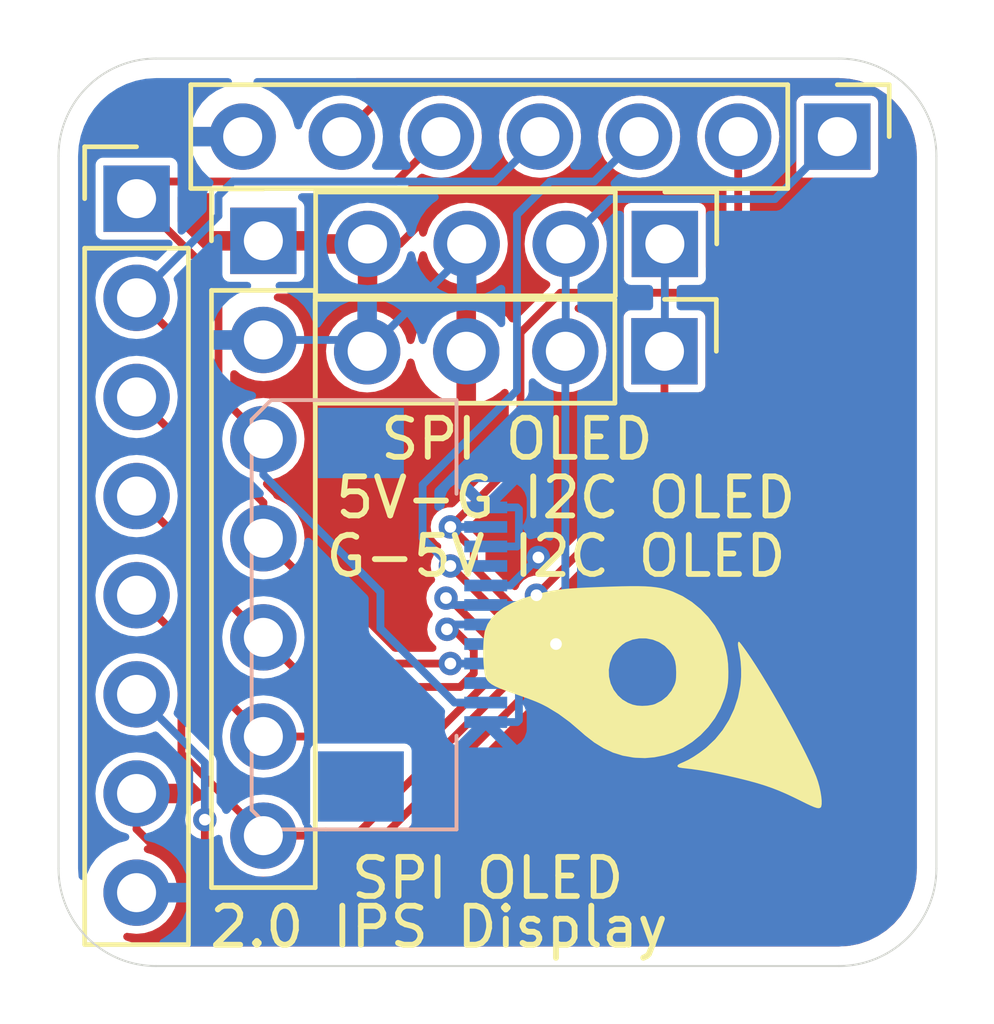
<source format=kicad_pcb>
(kicad_pcb (version 20240108) (generator "pcbnew") (generator_version "8.0")
  (layers (0 "F.Cu" signal) (31 "B.Cu" signal) (34 "B.Paste" user) (35 "F.Paste" user) (36 "B.SilkS" user "B.Silkscreen") (37 "F.SilkS" user "F.Silkscreen") (38 "B.Mask" user) (39 "F.Mask" user) (44 "Edge.Cuts" user))
  (net 0 "")
  (net 1 "UI IO 1")
  (net 2 "UI 0")
  (net 3 "UI 1")
  (net 4 "UI 2")
  (net 5 "GND")
  (net 6 "+5V")
  (net 7 "UI 3")
  (net 8 "UI IO 0")
  (footprint "Connector_PinHeader_2.54mm:PinHeader_1x04_P2.54mm_Vertical" (layer "F.Cu") (at 155.53 96.75 -90)
    (property "Reference" "J4" (hide yes))
    (property "Value" "G-5V I2C OLED" (at 5.25 2.78 180) (layer "F.SilkS"))
    (fp_line (start -1.33 8.95) (end 1.33 8.95) (stroke (width 0.12)) (layer "F.SilkS"))
    (fp_line (start -1.33 1.270001) (end -1.33 8.95) (stroke (width 0.12)) (layer "F.SilkS"))
    (fp_line (start -1.33 1.270001) (end 1.33 1.270001) (stroke (width 0.12)) (layer "F.SilkS"))
    (fp_line (start 1.33 1.270001) (end 1.33 8.95) (stroke (width 0.12)) (layer "F.SilkS"))
    (fp_line (start -1.33 0) (end -1.33 -1.33) (stroke (width 0.12)) (layer "F.SilkS"))
    (fp_line (start -1.33 -1.33) (end 0 -1.33) (stroke (width 0.12)) (layer "F.SilkS"))
    (pad "1" thru_hole rect (at 0 0 270) (size 1.7 1.7) (drill 1) (layers "*.Cu" "*.Mask") (net 1 "UI IO 1"))
    (pad "2" thru_hole oval (at 0 2.54 270) (size 1.7 1.7) (drill 1) (layers "*.Cu" "*.Mask") (net 8 "UI IO 0"))
    (pad "3" thru_hole oval (at 0 5.079999 270) (size 1.7 1.7) (drill 1) (layers "*.Cu" "*.Mask") (net 6 "+5V"))
    (pad "4" thru_hole oval (at 0 7.62 270) (size 1.7 1.7) (drill 1) (layers "*.Cu" "*.Mask") (net 5 "GND"))
  )
  (footprint "Connector_PinHeader_2.54mm:PinHeader_1x08_P2.54mm_Vertical" (layer "F.Cu") (at 142 92.84)
    (property "Reference" "J1" (hide yes))
    (property "Value" "2.0 IPS Display" (at 7.75 18.66 0) (layer "F.SilkS"))
    (fp_line (start -1.33 -1.33) (end 0 -1.33) (stroke (width 0.12)) (layer "F.SilkS"))
    (fp_line (start -1.33 0) (end -1.33 -1.33) (stroke (width 0.12)) (layer "F.SilkS"))
    (fp_line (start -1.33 1.27) (end -1.33 19.11) (stroke (width 0.12)) (layer "F.SilkS"))
    (fp_line (start -1.33 1.27) (end 1.33 1.27) (stroke (width 0.12)) (layer "F.SilkS"))
    (fp_line (start -1.33 19.11) (end 1.33 19.11) (stroke (width 0.12)) (layer "F.SilkS"))
    (fp_line (start 1.33 1.27) (end 1.33 19.11) (stroke (width 0.12)) (layer "F.SilkS"))
    (pad "1" thru_hole rect (at 0 0) (size 1.7 1.7) (drill 1) (layers "*.Cu" "*.Mask") (net 2 "UI 0"))
    (pad "2" thru_hole oval (at 0 2.54) (size 1.7 1.7) (drill 1) (layers "*.Cu" "*.Mask") (net 3 "UI 1"))
    (pad "3" thru_hole oval (at 0 5.08) (size 1.7 1.7) (drill 1) (layers "*.Cu" "*.Mask") (net 8 "UI IO 0"))
    (pad "4" thru_hole oval (at 0 7.62) (size 1.7 1.7) (drill 1) (layers "*.Cu" "*.Mask") (net 1 "UI IO 1"))
    (pad "5" thru_hole oval (at 0 10.16) (size 1.7 1.7) (drill 1) (layers "*.Cu" "*.Mask") (net 4 "UI 2"))
    (pad "6" thru_hole oval (at 0 12.7) (size 1.7 1.7) (drill 1) (layers "*.Cu" "*.Mask") (net 7 "UI 3"))
    (pad "7" thru_hole oval (at 0 15.24) (size 1.7 1.7) (drill 1) (layers "*.Cu" "*.Mask") (net 6 "+5V"))
    (pad "8" thru_hole oval (at 0 17.78) (size 1.7 1.7) (drill 1) (layers "*.Cu" "*.Mask") (net 5 "GND"))
  )
  (footprint "Connector_PinHeader_2.54mm:PinHeader_1x07_P2.54mm_Vertical" (layer "F.Cu") (at 159.96 91.25 -90)
    (property "Reference" "J5" (hide yes))
    (property "Value" "SPI OLED" (at 7.75 8.21 180) (layer "F.SilkS"))
    (fp_line (start -1.33 16.569999) (end 1.33 16.569999) (stroke (width 0.12)) (layer "F.SilkS"))
    (fp_line (start -1.33 1.270001) (end -1.33 16.569999) (stroke (width 0.12)) (layer "F.SilkS"))
    (fp_line (start -1.33 1.270001) (end 1.33 1.270001) (stroke (width 0.12)) (layer "F.SilkS"))
    (fp_line (start 1.33 1.270001) (end 1.33 16.569999) (stroke (width 0.12)) (layer "F.SilkS"))
    (fp_line (start -1.33 0) (end -1.33 -1.33) (stroke (width 0.12)) (layer "F.SilkS"))
    (fp_line (start -1.33 -1.33) (end 0 -1.33) (stroke (width 0.12)) (layer "F.SilkS"))
    (pad "1" thru_hole rect (at 0 0 270) (size 1.7 1.7) (drill 1) (layers "*.Cu" "*.Mask") (net 8 "UI IO 0"))
    (pad "2" thru_hole oval (at 0 2.54 270) (size 1.7 1.7) (drill 1) (layers "*.Cu" "*.Mask") (net 7 "UI 3"))
    (pad "3" thru_hole oval (at 0 5.079999 270) (size 1.7 1.7) (drill 1) (layers "*.Cu" "*.Mask") (net 4 "UI 2"))
    (pad "4" thru_hole oval (at 0 7.62 270) (size 1.7 1.7) (drill 1) (layers "*.Cu" "*.Mask") (net 3 "UI 1"))
    (pad "5" thru_hole oval (at 0 10.16 270) (size 1.7 1.7) (drill 1) (layers "*.Cu" "*.Mask") (net 2 "UI 0"))
    (pad "6" thru_hole oval (at 0 12.7 270) (size 1.7 1.7) (drill 1) (layers "*.Cu" "*.Mask") (net 6 "+5V"))
    (pad "7" thru_hole oval (at 0 15.24 270) (size 1.7 1.7) (drill 1) (layers "*.Cu" "*.Mask") (net 5 "GND"))
  )
  (footprint "Connector_PinHeader_2.54mm:PinHeader_1x04_P2.54mm_Vertical" (layer "F.Cu") (at 155.54 94 -90)
    (property "Reference" "J3" (hide yes))
    (property "Value" "5V-G I2C OLED" (at 6.5 2.54 180) (layer "F.SilkS"))
    (fp_line (start -1.33 8.95) (end 1.33 8.95) (stroke (width 0.12)) (layer "F.SilkS"))
    (fp_line (start -1.33 1.270001) (end -1.33 8.95) (stroke (width 0.12)) (layer "F.SilkS"))
    (fp_line (start -1.33 1.270001) (end 1.33 1.270001) (stroke (width 0.12)) (layer "F.SilkS"))
    (fp_line (start 1.33 1.270001) (end 1.33 8.95) (stroke (width 0.12)) (layer "F.SilkS"))
    (fp_line (start -1.33 0) (end -1.33 -1.33) (stroke (width 0.12)) (layer "F.SilkS"))
    (fp_line (start -1.33 -1.33) (end 0 -1.33) (stroke (width 0.12)) (layer "F.SilkS"))
    (pad "1" thru_hole rect (at 0 0 270) (size 1.7 1.7) (drill 1) (layers "*.Cu" "*.Mask") (net 1 "UI IO 1"))
    (pad "2" thru_hole oval (at 0 2.54 270) (size 1.7 1.7) (drill 1) (layers "*.Cu" "*.Mask") (net 8 "UI IO 0"))
    (pad "3" thru_hole oval (at 0 5.079999 270) (size 1.7 1.7) (drill 1) (layers "*.Cu" "*.Mask") (net 5 "GND"))
    (pad "4" thru_hole oval (at 0 7.62 270) (size 1.7 1.7) (drill 1) (layers "*.Cu" "*.Mask") (net 6 "+5V"))
  )
  (footprint "Connector_PinHeader_2.54mm:PinHeader_1x07_P2.54mm_Vertical" (layer "F.Cu") (at 145.25 93.92)
    (property "Reference" "J2" (hide yes))
    (property "Value" "SPI OLED" (at 5.75 16.33 0) (layer "F.SilkS"))
    (fp_line (start -1.33 -1.33) (end 0 -1.33) (stroke (width 0.12)) (layer "F.SilkS"))
    (fp_line (start -1.33 0) (end -1.33 -1.33) (stroke (width 0.12)) (layer "F.SilkS"))
    (fp_line (start -1.33 1.27) (end -1.33 16.57) (stroke (width 0.12)) (layer "F.SilkS"))
    (fp_line (start -1.33 1.27) (end 1.33 1.27) (stroke (width 0.12)) (layer "F.SilkS"))
    (fp_line (start -1.33 16.57) (end 1.33 16.57) (stroke (width 0.12)) (layer "F.SilkS"))
    (fp_line (start 1.33 1.27) (end 1.33 16.57) (stroke (width 0.12)) (layer "F.SilkS"))
    (pad "1" thru_hole rect (at 0 0) (size 1.7 1.7) (drill 1) (layers "*.Cu" "*.Mask") (net 6 "+5V"))
    (pad "2" thru_hole oval (at 0 2.54) (size 1.7 1.7) (drill 1) (layers "*.Cu" "*.Mask") (net 5 "GND"))
    (pad "3" thru_hole oval (at 0 5.08) (size 1.7 1.7) (drill 1) (layers "*.Cu" "*.Mask") (net 2 "UI 0"))
    (pad "4" thru_hole oval (at 0 7.62) (size 1.7 1.7) (drill 1) (layers "*.Cu" "*.Mask") (net 3 "UI 1"))
    (pad "5" thru_hole oval (at 0 10.16) (size 1.7 1.7) (drill 1) (layers "*.Cu" "*.Mask") (net 8 "UI IO 0"))
    (pad "6" thru_hole oval (at 0 12.7) (size 1.7 1.7) (drill 1) (layers "*.Cu" "*.Mask") (net 1 "UI IO 1"))
    (pad "7" thru_hole oval (at 0 15.24) (size 1.7 1.7) (drill 1) (layers "*.Cu" "*.Mask") (net 4 "UI 2"))
  )
  (footprint "Logo:Logo_10mm" (layer "F.Cu") (at 155 105)
    (property "Reference" "REF**" (hide yes))
    (property "Value" "Logo_10mm" (hide yes))
    (fp_poly (pts (xy 2.458919 -0.793871) (xy 2.496605 -0.748161) (xy 2.550117 -0.676888) (xy 2.616513 -0.584069) (xy 2.692853 -0.47372) (xy 2.77 -0.359183) (xy 2.901293 -0.157235) (xy 3.0409 0.06598) (xy 3.186336 0.30594) (xy 3.335122 0.558126) (xy 3.484774 0.818017) (xy 3.632811 1.081094) (xy 3.77675 1.342837) (xy 3.91411 1.598725) (xy 4.042409 1.844239) (xy 4.159164 2.074859) (xy 4.261893 2.286064) (xy 4.348116 2.473334) (xy 4.415349 2.63215) (xy 4.422381 2.65) (xy 4.465252 2.773183) (xy 4.501462 2.903019) (xy 4.530034 3.032749) (xy 4.54999 3.155613) (xy 4.560353 3.26485) (xy 4.560146 3.353703) (xy 4.548393 3.41541) (xy 4.536 3.436) (xy 4.511305 3.452138) (xy 4.477031 3.456951) (xy 4.428889 3.449041) (xy 4.362592 3.427009) (xy 4.273851 3.389457) (xy 4.158378 3.334985) (xy 4.027969 3.270296) (xy 3.824633 3.170257) (xy 3.635459 3.082557) (xy 3.453928 3.004985) (xy 3.273523 2.935329) (xy 3.087726 2.871378) (xy 2.89002 2.810921) (xy 2.673888 2.751747) (xy 2.432812 2.691645) (xy 2.160275 2.628404) (xy 2.08848 2.612294) (xy 1.840251 2.558868) (xy 1.61876 2.515755) (xy 1.412658 2.48105) (xy 1.210594 2.452848) (xy 1.00122 2.429243) (xy 0.99376 2.428491) (xy 0.913626 2.415171) (xy 0.871667 2.394948) (xy 0.86567 2.38593) (xy 0.864807 2.362093) (xy 0.885295 2.338577) (xy 0.932598 2.311398) (xy 1.012181 2.27657) (xy 1.02 2.273377) (xy 1.14007 2.215979) (xy 1.277388 2.136063) (xy 1.421708 2.040165) (xy 1.562784 1.934819) (xy 1.607363 1.898696) (xy 1.827303 1.690843) (xy 2.019617 1.455881) (xy 2.182425 1.197315) (xy 2.313843 0.918651) (xy 2.411991 0.623396) (xy 2.474985 0.315056) (xy 2.480824 0.271578) (xy 2.494666 0.089944) (xy 2.494589 -0.109198) (xy 2.48131 -0.308653) (xy 2.455543 -0.491227) (xy 2.447424 -0.531344) (xy 2.424236 -0.648116) (xy 2.413287 -0.730494) (xy 2.41448 -0.782139) (xy 2.427717 -0.806705) (xy 2.44 -0.81)) (fill solid) (layer "F.SilkS"))
    (fp_poly (pts (xy -0.139403 -2.232953) (xy 0.032295 -2.22827) (xy 0.182318 -2.218706) (xy 0.315213 -2.203888) (xy 0.435524 -2.183442) (xy 0.547796 -2.156995) (xy 0.656577 -2.124171) (xy 0.747919 -2.091648) (xy 0.99734 -1.976917) (xy 1.233928 -1.827758) (xy 1.453086 -1.648787) (xy 1.650212 -1.444619) (xy 1.820708 -1.219871) (xy 1.959973 -0.979159) (xy 2.039491 -0.795424) (xy 2.099447 -0.612085) (xy 2.139291 -0.43304) (xy 2.161454 -0.244051) (xy 2.168349 -0.04) (xy 2.166451 0.116135) (xy 2.158538 0.245706) (xy 2.142654 0.361944) (xy 2.116846 0.478075) (xy 2.079159 0.607331) (xy 2.067243 0.644508) (xy 1.962289 0.905087) (xy 1.82336 1.15062) (xy 1.65417 1.377595) (xy 1.458434 1.582499) (xy 1.239866 1.761819) (xy 1.002182 1.912043) (xy 0.749095 2.029658) (xy 0.527303 2.100689) (xy 0.274014 2.152261) (xy 0.030962 2.173071) (xy -0.215919 2.164123) (xy -0.274289 2.158012) (xy -0.536665 2.111354) (xy -0.787556 2.032895) (xy -1.03059 1.920843) (xy -1.269398 1.773403) (xy -1.507609 1.588785) (xy -1.61 1.498218) (xy -1.898139 1.251635) (xy -2.184377 1.041438) (xy -2.466847 0.86896) (xy -2.562272 0.818857) (xy -2.634883 0.78343) (xy -2.709843 0.749422) (xy -2.79285 0.714625) (xy -2.889604 0.676831) (xy -3.005803 0.633832) (xy -3.147145 0.58342) (xy -3.319331 0.523385) (xy -3.37 0.505877) (xy -3.549492 0.441932) (xy -3.694324 0.385266) (xy -3.808645 0.333472) (xy -3.896606 0.284141) (xy -3.962354 0.234864) (xy -4.01004 0.183235) (xy -4.043813 0.126843) (xy -4.051036 0.110607) (xy -4.073402 0.033183) (xy -4.091216 -0.076021) (xy -4.092746 -0.091522) (xy -0.895984 -0.091522) (xy -0.890091 0.087104) (xy -0.848531 0.26005) (xy -0.772024 0.421899) (xy -0.663833 0.564524) (xy -0.543447 0.672858) (xy -0.406968 0.754072) (xy -0.284047 0.802668) (xy -0.172548 0.826446) (xy -0.040135 0.834675) (xy 0.097454 0.827822) (xy 0.224482 0.806353) (xy 0.291881 0.78558) (xy 0.455426 0.701874) (xy 0.596097 0.587759) (xy 0.709394 0.447635) (xy 0.783388 0.305041) (xy 0.805257 0.243687) (xy 0.819127 0.182952) (xy 0.826652 0.110857) (xy 0.829488 0.01542) (xy 0.829681 -0.03) (xy 0.823257 -0.183417) (xy 0.801693 -0.309647) (xy 0.761551 -0.419758) (xy 0.699392 -0.524814) (xy 0.659192 -0.578637) (xy 0.537105 -0.702107) (xy 0.392447 -0.796569) (xy 0.231322 -0.860904) (xy 0.059831 -0.893994) (xy -0.115921 -0.894719) (xy -0.289832 -0.861962) (xy -0.455798 -0.794602) (xy -0.471687 -0.78594) (xy -0.549158 -0.73129) (xy -0.633808 -0.653765) (xy -0.713855 -0.565712) (xy -0.777516 -0.479476) (xy -0.797887 -0.444143) (xy -0.865489 -0.27041) (xy -0.895984 -0.091522) (xy -4.092746 -0.091522) (xy -4.104347 -0.209028) (xy -4.112668 -0.357863) (xy -4.11605 -0.514552) (xy -4.114364 -0.671118) (xy -4.107482 -0.819586) (xy -4.095274 -0.95198) (xy -4.077612 -1.060326) (xy -4.070414 -1.09) (xy -4.00501 -1.258276) (xy -3.903292 -1.413537) (xy -3.764968 -1.555982) (xy -3.589743 -1.685809) (xy -3.377325 -1.803218) (xy -3.127419 -1.908407) (xy -2.839733 -2.001575) (xy -2.65 -2.051511) (xy -2.536677 -2.078167) (xy -2.428419 -2.10129) (xy -2.32094 -2.121283) (xy -2.209952 -2.138544) (xy -2.091169 -2.153475) (xy -1.960302 -2.166475) (xy -1.813064 -2.177946) (xy -1.645169 -2.188287) (xy -1.452328 -2.197899) (xy -1.230254 -2.207182) (xy -0.97466 -2.216536) (xy -0.83 -2.221464) (xy -0.566006 -2.229177) (xy -0.337322 -2.233131)) (fill solid) (layer "F.SilkS"))
  )
  (footprint "FFC_Connector:FFC Aliexpress 0.5mm 12P" (layer "B.Cu") (at 150 103.5 90)
    (property "Reference" "U2" (hide yes))
    (property "Value" "FFC [U]" (hide yes))
    (fp_line (start 5 -5.05) (end -5 -5.05) (stroke (width 0.1)) (layer "B.SilkS"))
    (fp_line (start 5.5 -4.55) (end 5 -5.05) (stroke (width 0.1)) (layer "B.SilkS"))
    (fp_line (start -5.5 -4.55) (end -5 -5.05) (stroke (width 0.1)) (layer "B.SilkS"))
    (fp_line (start 5.5 -3.15) (end 5.5 -4.55) (stroke (width 0.1)) (layer "B.SilkS"))
    (fp_line (start 5.5 -3.15) (end 5.5 0.2) (stroke (width 0.1)) (layer "B.SilkS"))
    (fp_line (start -5.5 -3.15) (end -5.5 -4.55) (stroke (width 0.1)) (layer "B.SilkS"))
    (fp_line (start -3.1 0.199999) (end -5.5 0.2) (stroke (width 0.1)) (layer "B.SilkS"))
    (fp_line (start 5.5 0.2) (end 3.1 0.199999) (stroke (width 0.1)) (layer "B.SilkS"))
    (fp_line (start -5.5 0.2) (end -5.5 -3.15) (stroke (width 0.1)) (layer "B.SilkS"))
    (pad "" smd rect (at -4.4 -2.25 90) (size 1.8 2.2) (layers "B.Cu" "B.Paste" "B.Mask"))
    (pad "" smd rect (at 4.4 -2.25 90) (size 1.8 2.2) (layers "B.Cu" "B.Paste" "B.Mask"))
    (pad "1" smd rect (at -2.75 0.95 90) (size 0.3 1.1) (layers "B.Cu" "B.Paste" "B.Mask") (net 5 "GND"))
    (pad "2" smd rect (at -2.25 0.95 90) (size 0.3 1.1) (layers "B.Cu" "B.Paste" "B.Mask") (net 2 "UI 0"))
    (pad "3" smd rect (at -1.749999 0.95 90) (size 0.3 1.1) (layers "B.Cu" "B.Paste" "B.Mask") (net 5 "GND"))
    (pad "4" smd rect (at -1.25 0.95 90) (size 0.3 1.1) (layers "B.Cu" "B.Paste" "B.Mask") (net 3 "UI 1"))
    (pad "5" smd rect (at -0.750001 0.95 90) (size 0.3 1.1) (layers "B.Cu" "B.Paste" "B.Mask") (net 6 "+5V"))
    (pad "6" smd rect (at -0.25 0.95 90) (size 0.3 1.1) (layers "B.Cu" "B.Paste" "B.Mask") (net 8 "UI IO 0"))
    (pad "7" smd rect (at 0.25 0.95 90) (size 0.3 1.1) (layers "B.Cu" "B.Paste" "B.Mask") (net 1 "UI IO 1"))
    (pad "8" smd rect (at 0.750001 0.95 90) (size 0.3 1.1) (layers "B.Cu" "B.Paste" "B.Mask") (net 6 "+5V"))
    (pad "9" smd rect (at 1.25 0.95 90) (size 0.3 1.1) (layers "B.Cu" "B.Paste" "B.Mask") (net 4 "UI 2"))
    (pad "10" smd rect (at 1.749999 0.95 90) (size 0.3 1.1) (layers "B.Cu" "B.Paste" "B.Mask") (net 5 "GND"))
    (pad "11" smd rect (at 2.25 0.95 90) (size 0.3 1.1) (layers "B.Cu" "B.Paste" "B.Mask") (net 7 "UI 3"))
    (pad "12" smd rect (at 2.75 0.95 90) (size 0.3 1.1) (layers "B.Cu" "B.Paste" "B.Mask") (net 5 "GND"))
  )
  (gr_line (start 140 110) (end 140 91.75) (stroke (width 0.05)) (layer "Edge.Cuts"))
  (gr_line (start 162.5 91.75) (end 162.5 110) (stroke (width 0.05)) (layer "Edge.Cuts"))
  (gr_line (start 142.5 89.25) (end 160 89.25) (stroke (width 0.05)) (layer "Edge.Cuts"))
  (gr_arc (start 162.5 110) (mid 161.767767 111.767767) (end 160 112.5) (stroke (width 0.05)) (layer "Edge.Cuts"))
  (gr_line (start 160 112.5) (end 142.5 112.5) (stroke (width 0.05)) (layer "Edge.Cuts"))
  (gr_arc (start 142.5 112.5) (mid 140.732233 111.767767) (end 140 110) (stroke (width 0.05)) (layer "Edge.Cuts"))
  (gr_arc (start 160 89.25) (mid 161.767767 89.982233) (end 162.5 91.75) (stroke (width 0.05)) (layer "Edge.Cuts"))
  (gr_arc (start 140 91.75) (mid 140.732233 89.982233) (end 142.5 89.25) (stroke (width 0.05)) (layer "Edge.Cuts"))
  (segment (start 145.25 106.62) (end 143.55 104.92) (width 0.2) (layer "F.Cu") (net 1))
  (segment (start 155.53 99.72) (end 155.53 96.75) (width 0.2) (layer "F.Cu") (net 1))
  (segment (start 143.55 104.92) (end 143.55 102.01) (width 0.2) (layer "F.Cu") (net 1))
  (segment (start 150.003456 103.07319) (end 151.042899 104.112633) (width 0.2) (layer "F.Cu") (net 1))
  (segment (start 149.587141 106.62) (end 145.25 106.62) (width 0.2) (layer "F.Cu") (net 1))
  (segment (start 143.55 102.01) (end 142 100.46) (width 0.2) (layer "F.Cu") (net 1))
  (segment (start 152.25 103) (end 155.53 99.72) (width 0.2) (layer "F.Cu") (net 1))
  (segment (start 149.930952 103.07319) (end 150.003456 103.07319) (width 0.2) (layer "F.Cu") (net 1))
  (segment (start 151.042899 105.164242) (end 149.587141 106.62) (width 0.2) (layer "F.Cu") (net 1))
  (segment (start 151.042899 104.112633) (end 151.042899 105.164242) (width 0.2) (layer "F.Cu") (net 1))
  (via (at 152.25 103) (size 0.6) (drill 0.3) (layers "F.Cu" "B.Cu") (net 1))
  (via (at 149.930952 103.07319) (size 0.6) (drill 0.3) (layers "F.Cu" "B.Cu") (net 1))
  (segment (start 152 103.25) (end 152.25 103) (width 0.2) (layer "B.Cu") (net 1))
  (segment (start 155.54 94) (end 155.54 96.74) (width 0.2) (layer "B.Cu") (net 1))
  (segment (start 150.95 103.25) (end 152 103.25) (width 0.2) (layer "B.Cu") (net 1))
  (segment (start 155.54 96.74) (end 155.53 96.75) (width 0.2) (layer "B.Cu") (net 1))
  (segment (start 150.95 103.25) (end 150.107762 103.25) (width 0.2) (layer "B.Cu") (net 1))
  (segment (start 150.107762 103.25) (end 149.930952 103.07319) (width 0.2) (layer "B.Cu") (net 1))
  (segment (start 144.1 97.85) (end 145.25 99) (width 0.2) (layer "F.Cu") (net 2))
  (segment (start 148.65 92.4) (end 149.8 91.25) (width 0.2) (layer "F.Cu") (net 2))
  (segment (start 144.1 94.94) (end 144.1 97.85) (width 0.2) (layer "F.Cu") (net 2))
  (segment (start 142.44 92.4) (end 148.65 92.4) (width 0.2) (layer "F.Cu") (net 2))
  (segment (start 142 92.84) (end 144.1 94.94) (width 0.2) (layer "F.Cu") (net 2))
  (segment (start 142 92.84) (end 142.44 92.4) (width 0.2) (layer "F.Cu") (net 2))
  (segment (start 148.25 103.849999) (end 150.150001 105.75) (width 0.2) (layer "B.Cu") (net 2))
  (segment (start 145.25 99.913654) (end 148.25 102.913654) (width 0.2) (layer "B.Cu") (net 2))
  (segment (start 150.150001 105.75) (end 150.95 105.75) (width 0.2) (layer "B.Cu") (net 2))
  (segment (start 145.25 99) (end 145.25 99.913654) (width 0.2) (layer "B.Cu") (net 2))
  (segment (start 148.25 102.913654) (end 148.25 103.849999) (width 0.2) (layer "B.Cu") (net 2))
  (segment (start 143.5 96.88) (end 142 95.38) (width 0.2) (layer "F.Cu") (net 3))
  (segment (start 144.15 99.526346) (end 144.15 99.504314) (width 0.2) (layer "F.Cu") (net 3))
  (segment (start 144.15 99.504314) (end 143.5 98.854314) (width 0.2) (layer "F.Cu") (net 3))
  (segment (start 143.5 98.854314) (end 143.5 96.88) (width 0.2) (layer "F.Cu") (net 3))
  (segment (start 150.042899 104.750027) (end 148.460027 104.750027) (width 0.2) (layer "F.Cu") (net 3))
  (segment (start 145.25 100.626346) (end 144.15 99.526346) (width 0.2) (layer "F.Cu") (net 3))
  (segment (start 148.460027 104.750027) (end 145.25 101.54) (width 0.2) (layer "F.Cu") (net 3))
  (segment (start 145.25 101.54) (end 145.25 100.626346) (width 0.2) (layer "F.Cu") (net 3))
  (via (at 150.042899 104.750027) (size 0.6) (drill 0.3) (layers "F.Cu" "B.Cu") (net 3))
  (segment (start 150.95 104.75) (end 150.042926 104.75) (width 0.2) (layer "B.Cu") (net 3))
  (segment (start 151.19 92.4) (end 152.34 91.25) (width 0.2) (layer "B.Cu") (net 3))
  (segment (start 142 95.38) (end 144.1 93.28) (width 0.2) (layer "B.Cu") (net 3))
  (segment (start 150.042926 104.75) (end 150.042899 104.750027) (width 0.2) (layer "B.Cu") (net 3))
  (segment (start 144.47 92.4) (end 151.19 92.4) (width 0.2) (layer "B.Cu") (net 3))
  (segment (start 144.1 93.28) (end 144.1 92.77) (width 0.2) (layer "B.Cu") (net 3))
  (segment (start 144.1 92.77) (end 144.47 92.4) (width 0.2) (layer "B.Cu") (net 3))
  (segment (start 143.15 107.06) (end 143.15 104.15) (width 0.2) (layer "F.Cu") (net 4))
  (segment (start 145.25 109.16) (end 143.15 107.06) (width 0.2) (layer "F.Cu") (net 4))
  (segment (start 150.042899 102.250027) (end 151.442899 103.650027) (width 0.2) (layer "F.Cu") (net 4))
  (segment (start 151.442899 103.650027) (end 151.442899 105.329928) (width 0.2) (layer "F.Cu") (net 4))
  (segment (start 151.442899 105.329928) (end 147.612827 109.16) (width 0.2) (layer "F.Cu") (net 4))
  (segment (start 147.612827 109.16) (end 145.25 109.16) (width 0.2) (layer "F.Cu") (net 4))
  (segment (start 143.15 104.15) (end 142 103) (width 0.2) (layer "F.Cu") (net 4))
  (via (at 150.042899 102.250027) (size 0.6) (drill 0.3) (layers "F.Cu" "B.Cu") (net 4))
  (segment (start 151.75 93.25) (end 151.75 97.75) (width 0.2) (layer "B.Cu") (net 4))
  (segment (start 149.330952 101.53808) (end 150.042899 102.250027) (width 0.2) (layer "B.Cu") (net 4))
  (segment (start 154.880001 91.25) (end 153.730001 92.4) (width 0.2) (layer "B.Cu") (net 4))
  (segment (start 151.75 97.75) (end 149.330952 100.169048) (width 0.2) (layer "B.Cu") (net 4))
  (segment (start 152.6 92.4) (end 151.75 93.25) (width 0.2) (layer "B.Cu") (net 4))
  (segment (start 150.042926 102.25) (end 150.042899 102.250027) (width 0.2) (layer "B.Cu") (net 4))
  (segment (start 150.95 102.25) (end 150.042926 102.25) (width 0.2) (layer "B.Cu") (net 4))
  (segment (start 153.730001 92.4) (end 152.6 92.4) (width 0.2) (layer "B.Cu") (net 4))
  (segment (start 149.330952 100.169048) (end 149.330952 101.53808) (width 0.2) (layer "B.Cu") (net 4))
  (segment (start 150.95 105.249999) (end 151.749999 105.249999) (width 0.2) (layer "B.Cu") (net 5))
  (segment (start 151.8 106.2) (end 151.75 106.25) (width 0.2) (layer "B.Cu") (net 5))
  (segment (start 147.62 96.46) (end 147.91 96.75) (width 0.2) (layer "B.Cu") (net 5))
  (segment (start 147.91 96.75) (end 150.460001 94.199999) (width 0.2) (layer "B.Cu") (net 5))
  (segment (start 150.95 101.750001) (end 151.749999 101.750001) (width 0.2) (layer "B.Cu") (net 5))
  (segment (start 151.8 105.3) (end 151.8 106.2) (width 0.2) (layer "B.Cu") (net 5))
  (segment (start 151.75 106.25) (end 150.95 106.25) (width 0.2) (layer "B.Cu") (net 5))
  (segment (start 151.749999 105.249999) (end 151.8 105.3) (width 0.2) (layer "B.Cu") (net 5))
  (segment (start 151.8 100.8) (end 151.75 100.75) (width 0.2) (layer "B.Cu") (net 5))
  (segment (start 151.8 101.7) (end 151.8 100.8) (width 0.2) (layer "B.Cu") (net 5))
  (segment (start 150.460001 94.199999) (end 150.460001 94) (width 0.2) (layer "B.Cu") (net 5))
  (segment (start 151.75 100.75) (end 150.95 100.75) (width 0.2) (layer "B.Cu") (net 5))
  (segment (start 145.25 96.46) (end 147.62 96.46) (width 0.2) (layer "B.Cu") (net 5))
  (segment (start 151.749999 101.750001) (end 151.8 101.7) (width 0.2) (layer "B.Cu") (net 5))
  (segment (start 142 108.993654) (end 142 108.08) (width 0.2) (layer "F.Cu") (net 6))
  (segment (start 143.756346 110.75) (end 142 108.993654) (width 0.2) (layer "F.Cu") (net 6))
  (segment (start 148.75 94) (end 147.92 94) (width 0.2) (layer "F.Cu") (net 6))
  (segment (start 152.75 104.25) (end 152.75 105.315686) (width 0.2) (layer "F.Cu") (net 6))
  (segment (start 152.75 105.315686) (end 147.315686 110.75) (width 0.2) (layer "F.Cu") (net 6))
  (segment (start 147.315686 110.75) (end 143.756346 110.75) (width 0.2) (layer "F.Cu") (net 6))
  (segment (start 147.26 91.25) (end 148.41 90.1) (width 0.2) (layer "F.Cu") (net 6))
  (segment (start 150.276346 90.1) (end 150.95 90.773654) (width 0.2) (layer "F.Cu") (net 6))
  (segment (start 150.95 91.8) (end 148.75 94) (width 0.2) (layer "F.Cu") (net 6))
  (segment (start 150.95 90.773654) (end 150.95 91.8) (width 0.2) (layer "F.Cu") (net 6))
  (segment (start 148.41 90.1) (end 150.276346 90.1) (width 0.2) (layer "F.Cu") (net 6))
  (via (at 152.299231 102.032821) (size 0.6) (drill 0.3) (layers "F.Cu" "B.Cu") (net 6))
  (via (at 152.75 104.25) (size 0.6) (drill 0.3) (layers "F.Cu" "B.Cu") (net 6))
  (segment (start 152.749999 104.250001) (end 150.95 104.250001) (width 0.2) (layer "B.Cu") (net 6))
  (segment (start 151.582053 102.749999) (end 150.95 102.749999) (width 0.2) (layer "B.Cu") (net 6))
  (segment (start 152.75 104.25) (end 152.749999 104.250001) (width 0.2) (layer "B.Cu") (net 6))
  (segment (start 152.299231 102.032821) (end 151.582053 102.749999) (width 0.2) (layer "B.Cu") (net 6))
  (segment (start 150.0429 101.249974) (end 150.642899 101.849973) (width 0.2) (layer "F.Cu") (net 7))
  (segment (start 156.59 95.25) (end 157.42 94.42) (width 0.2) (layer "F.Cu") (net 7))
  (segment (start 151.84 99.452874) (end 151.84 96.273654) (width 0.2) (layer "F.Cu") (net 7))
  (segment (start 143.75 109.286346) (end 143.75 108.75) (width 0.2) (layer "F.Cu") (net 7))
  (segment (start 151.842899 105.657101) (end 147.19 110.31) (width 0.2) (layer "F.Cu") (net 7))
  (segment (start 150.642899 102.284341) (end 151.842899 103.484341) (width 0.2) (layer "F.Cu") (net 7))
  (segment (start 144.773654 110.31) (end 143.75 109.286346) (width 0.2) (layer "F.Cu") (net 7))
  (segment (start 147.19 110.31) (end 144.773654 110.31) (width 0.2) (layer "F.Cu") (net 7))
  (segment (start 151.84 96.273654) (end 152.863654 95.25) (width 0.2) (layer "F.Cu") (net 7))
  (segment (start 150.0429 101.249974) (end 151.84 99.452874) (width 0.2) (layer "F.Cu") (net 7))
  (segment (start 150.642899 101.849973) (end 150.642899 102.284341) (width 0.2) (layer "F.Cu") (net 7))
  (segment (start 152.863654 95.25) (end 156.59 95.25) (width 0.2) (layer "F.Cu") (net 7))
  (segment (start 151.842899 103.484341) (end 151.842899 105.657101) (width 0.2) (layer "F.Cu") (net 7))
  (segment (start 157.42 94.42) (end 157.42 91.25) (width 0.2) (layer "F.Cu") (net 7))
  (via (at 143.75 108.75) (size 0.6) (drill 0.3) (layers "F.Cu" "B.Cu") (net 7))
  (via (at 150.0429 101.249974) (size 0.6) (drill 0.3) (layers "F.Cu" "B.Cu") (net 7))
  (segment (start 150.042926 101.25) (end 150.0429 101.249974) (width 0.2) (layer "B.Cu") (net 7))
  (segment (start 143.75 107.29) (end 142 105.54) (width 0.2) (layer "B.Cu") (net 7))
  (segment (start 150.95 101.25) (end 150.042926 101.25) (width 0.2) (layer "B.Cu") (net 7))
  (segment (start 143.75 108.75) (end 143.75 107.29) (width 0.2) (layer "B.Cu") (net 7))
  (segment (start 146.520027 105.350027) (end 145.25 104.08) (width 0.2) (layer "F.Cu") (net 8))
  (segment (start 143.95 101.844315) (end 143.75 101.644315) (width 0.2) (layer "F.Cu") (net 8))
  (segment (start 143.75 99.67) (end 142 97.92) (width 0.2) (layer "F.Cu") (net 8))
  (segment (start 145.25 104.08) (end 143.95 102.78) (width 0.2) (layer "F.Cu") (net 8))
  (segment (start 149.95458 103.872843) (end 150.122843 103.872843) (width 0.2) (layer "F.Cu") (net 8))
  (segment (start 150.642899 104.392899) (end 150.642899 104.998556) (width 0.2) (layer "F.Cu") (net 8))
  (segment (start 143.95 102.78) (end 143.95 101.844315) (width 0.2) (layer "F.Cu") (net 8))
  (segment (start 150.642899 104.998556) (end 150.291428 105.350027) (width 0.2) (layer "F.Cu") (net 8))
  (segment (start 150.291428 105.350027) (end 146.520027 105.350027) (width 0.2) (layer "F.Cu") (net 8))
  (segment (start 143.75 101.644315) (end 143.75 99.67) (width 0.2) (layer "F.Cu") (net 8))
  (segment (start 150.122843 103.872843) (end 150.642899 104.392899) (width 0.2) (layer "F.Cu") (net 8))
  (via (at 149.95458 103.872843) (size 0.6) (drill 0.3) (layers "F.Cu" "B.Cu") (net 8))
  (segment (start 152.501471 103.65) (end 152.401471 103.75) (width 0.2) (layer "B.Cu") (net 8))
  (segment (start 152.99 103.25) (end 152.59 103.65) (width 0.2) (layer "B.Cu") (net 8))
  (segment (start 150.077423 103.75) (end 149.95458 103.872843) (width 0.2) (layer "B.Cu") (net 8))
  (segment (start 158.36 92.85) (end 159.96 91.25) (width 0.2) (layer "B.Cu") (net 8))
  (segment (start 152.99 96.75) (end 152.99 103.25) (width 0.2) (layer "B.Cu") (net 8))
  (segment (start 153 94) (end 153 96.74) (width 0.2) (layer "B.Cu") (net 8))
  (segment (start 153 94) (end 154.15 92.85) (width 0.2) (layer "B.Cu") (net 8))
  (segment (start 152.401471 103.75) (end 150.95 103.75) (width 0.2) (layer "B.Cu") (net 8))
  (segment (start 150.95 103.75) (end 150.077423 103.75) (width 0.2) (layer "B.Cu") (net 8))
  (segment (start 153 96.74) (end 152.99 96.75) (width 0.2) (layer "B.Cu") (net 8))
  (segment (start 154.15 92.85) (end 158.36 92.85) (width 0.2) (layer "B.Cu") (net 8))
  (segment (start 152.59 103.65) (end 152.501471 103.65) (width 0.2) (layer "B.Cu") (net 8))
  (zone (net 6) (net_name "+5V") (layer "F.Cu") (connect_pads (clearance 0.2)) (min_thickness 0.2) (fill yes (thermal_gap 0.5) (thermal_bridge_width 0.5))
    (polygon (pts (xy 139 88.25) (xy 163.5 88.25) (xy 163.5 113.5) (xy 139 113.5)))
  )
  (zone (net 5) (net_name "GND") (layer "B.Cu") (priority 1) (connect_pads (clearance 0.2)) (min_thickness 0.2) (fill yes (thermal_gap 0.5) (thermal_bridge_width 0.5))
    (polygon (pts (xy 138.5 87.75) (xy 164 87.75) (xy 164 114) (xy 138.5 114)))
  )
)
</source>
